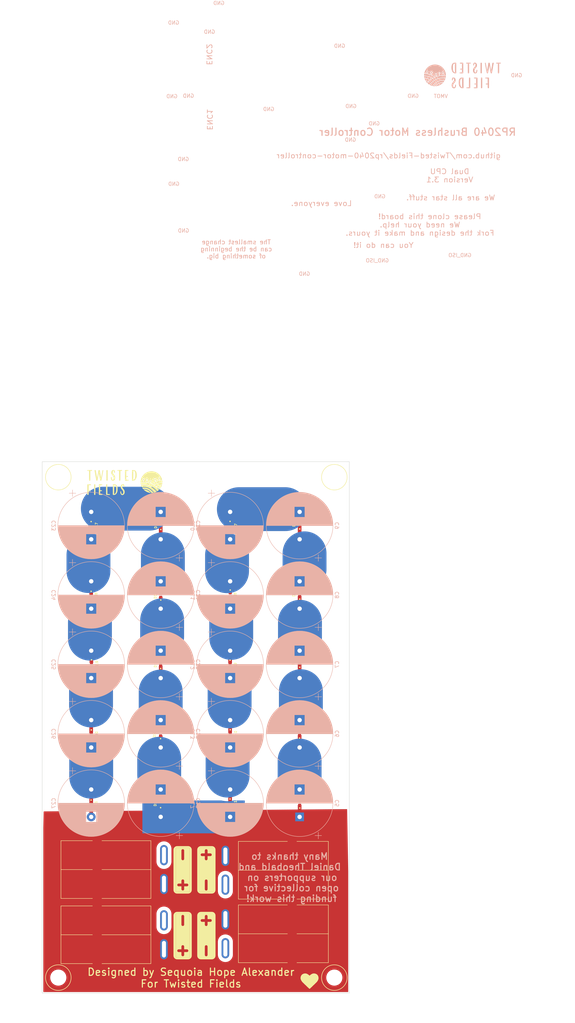
<source format=kicad_pcb>
(kicad_pcb (version 20240108) (generator "pcbnew") (generator_version "8.0")
  (layers (0 "F.Cu" signal) (1 "In1.Cu" signal) (2 "In2.Cu" signal) (31 "B.Cu" signal) (34 "B.Paste" user) (35 "F.Paste" user) (36 "B.SilkS" user "B.Silkscreen") (37 "F.SilkS" user "F.Silkscreen") (38 "B.Mask" user) (39 "F.Mask" user) (44 "Edge.Cuts" user))
  (net 0 "")
  (net 1 "VCAP")
  (net 2 "GND")
  (net 3 "Net-(D2-A)")
  (net 4 "Net-(D3-A)")
  (net 5 "Net-(D4-A)")
  (net 6 "Net-(D5-A)")
  (net 7 "Net-(D6-A)")
  (net 8 "Net-(D7-A)")
  (net 9 "Net-(D8-A)")
  (net 10 "Net-(D10-K)")
  (net 11 "Net-(D10-A)")
  (net 12 "Net-(D11-A)")
  (net 13 "Net-(D12-A)")
  (net 14 "Net-(D13-A)")
  (net 15 "Net-(D14-A)")
  (net 16 "Net-(D15-A)")
  (net 17 "Net-(D16-A)")
  (net 18 "Net-(D17-A)")
  (net 19 "Net-(D18-A)")
  (net 20 "Net-(D19-A)")
  (net 21 "Net-(D20-A)")
  (footprint "Connector_Anderson:PowerPole_PP45_1336G1_1x2_Horizontal" (layer "F.Cu") (at 108.695 128.159998 -90)
    (property "Reference" "J5" (hide yes))
    (property "Value" "Conn_01x02")
    (pad "1" thru_hole oval (at 0 0 270) (size 5.55 2.1) (drill oval 4.55 1.1) (layers "*.Cu" "*.Mask") (net 1 "VCAP"))
    (pad "2" thru_hole oval (at 7.9 0 270) (size 5.55 2.1) (drill oval 4.55 1.1) (layers "*.Cu" "*.Mask") (net 2 "GND"))
  )
  (footprint "supercap:DIO_PESD5V0S1UL_315" (layer "F.Cu") (at 72.075 75.75 -90)
    (property "Reference" "D19" (at -0.038 -1.4764 90) (layer "F.SilkS") (effects (font (size 0.64 0.64))))
    (property "Value" "2.4v zener")
    (pad "1" smd rect (at -0.35 0 270) (size 0.5 0.8) (layers "F.Cu") (net 19 "Net-(D18-A)"))
    (pad "2" smd rect (at 0.35 0 270) (size 0.5 0.8) (layers "F.Cu") (net 20 "Net-(D19-A)"))
  )
  (footprint "supercap:MountingHole_3.9mm_Plastite_#6" (layer "F.Cu") (at 63 161.5)
    (property "Reference" "H2" (hide yes))
    (property "Value" "MountingHole")
    (pad "" np_thru_hole circle (at 0 0) (size 3.9 3.9) (drill 3.9) (layers "F&B.Cu" "*.Mask"))
  )
  (footprint "supercap:DIO_PESD5V0S1UL_315" (layer "F.Cu") (at 71.975 114.15 -90)
    (property "Reference" "D21" (at -0.088 -1.3264 90) (layer "F.SilkS") (effects (font (size 0.64 0.64))))
    (property "Value" "2.4v zener")
    (pad "1" smd rect (at -0.35 0 270) (size 0.5 0.8) (layers "F.Cu") (net 21 "Net-(D20-A)"))
    (pad "2" smd rect (at 0.35 0 270) (size 0.5 0.8) (layers "F.Cu") (net 2 "GND"))
  )
  (footprint "supercap:DIO_PESD5V0S1UL_315" (layer "F.Cu") (at 90.975 75.625 90)
    (property "Reference" "D14" (at -0.038 -1.4264 90) (layer "F.SilkS") (effects (font (size 0.64 0.64))))
    (property "Value" "2.4v zener")
    (pad "1" smd rect (at -0.35 0 90) (size 0.5 0.8) (layers "F.Cu") (net 14 "Net-(D13-A)"))
    (pad "2" smd rect (at 0.35 0 90) (size 0.5 0.8) (layers "F.Cu") (net 15 "Net-(D14-A)"))
  )
  (footprint "Connector_Anderson:PowerPole_PP45_1336G1_1x2_Horizontal" (layer "F.Cu") (at 91.895 153.725 90)
    (property "Reference" "J1" (hide yes))
    (property "Value" "Conn_01x02")
    (pad "1" thru_hole oval (at 0 0 90) (size 5.55 2.1) (drill oval 4.55 1.1) (layers "*.Cu" "*.Mask") (net 1 "VCAP"))
    (pad "2" thru_hole oval (at 7.900001 0 90) (size 5.55 2.1) (drill oval 4.55 1.1) (layers "*.Cu" "*.Mask") (net 2 "GND"))
  )
  (footprint "Connector_Anderson:PowerPole_PP45_1336G1_1x2_Horizontal" (layer "F.Cu") (at 91.895 135.875 90)
    (property "Reference" "J2" (hide yes))
    (property "Value" "Conn_01x02")
    (pad "1" thru_hole oval (at 0 0 90) (size 5.55 2.1) (drill oval 4.55 1.1) (layers "*.Cu" "*.Mask") (net 1 "VCAP"))
    (pad "2" thru_hole oval (at 7.900001 0 90) (size 5.55 2.1) (drill oval 4.55 1.1) (layers "*.Cu" "*.Mask") (net 2 "GND"))
  )
  (footprint "supercap:DIO_PESD5V0S1UL_315" (layer "F.Cu") (at 91.025 56.875 90)
    (property "Reference" "D15" (at 0.012 -1.4764 90) (layer "F.SilkS") (effects (font (size 0.64 0.64))))
    (property "Value" "2.4v zener")
    (pad "1" smd rect (at -0.35 0 90) (size 0.5 0.8) (layers "F.Cu") (net 15 "Net-(D14-A)"))
    (pad "2" smd rect (at 0.35 0 90) (size 0.5 0.8) (layers "F.Cu") (net 16 "Net-(D15-A)"))
  )
  (footprint "supercap:MountingHole_3.9mm_Plastite_#6" (layer "F.Cu") (at 63 24.5)
    (property "Reference" "H4" (hide yes))
    (property "Value" "MountingHole")
    (pad "" np_thru_hole circle (at 0 0) (size 3.9 3.9) (drill 3.9) (layers "F&B.Cu" "*.Mask"))
  )
  (footprint "taylor_footprints:twisted_icon" (layer "F.Cu") (at 88.677301 25.859763)
    (property "Reference" "G***" (hide yes))
    (property "Value" "LOGO" (hide yes))
  )
  (footprint "supercap:DIO_PESD5V0S1UL_315" (layer "F.Cu") (at 71.975 57 -90)
    (property "Reference" "D18" (at 0.012 -1.3764 90) (layer "F.SilkS") (effects (font (size 0.64 0.64))))
    (property "Value" "2.4v zener")
    (pad "1" smd rect (at -0.35 0 270) (size 0.5 0.8) (layers "F.Cu") (net 18 "Net-(D17-A)"))
    (pad "2" smd rect (at 0.35 0 270) (size 0.5 0.8) (layers "F.Cu") (net 19 "Net-(D18-A)"))
  )
  (footprint "Connector_Anderson:PowerPole_PP45_1336G1_1x2_Horizontal" (layer "F.Cu") (at 108.695 145.559999 -90)
    (property "Reference" "J4" (hide yes))
    (property "Value" "Conn_01x02")
    (pad "1" thru_hole oval (at 0 0 270) (size 5.55 2.1) (drill oval 4.55 1.1) (layers "*.Cu" "*.Mask") (net 1 "VCAP"))
    (pad "2" thru_hole oval (at 7.9 0 270) (size 5.55 2.1) (drill oval 4.55 1.1) (layers "*.Cu" "*.Mask") (net 2 "GND"))
  )
  (footprint "supercap:DIO_PESD5V0S1UL_315" (layer "F.Cu") (at 109.975 113.85 -90)
    (property "Reference" "D11" (at 0.062 -1.4764 90) (layer "F.SilkS") (effects (font (size 0.64 0.64))))
    (property "Value" "2.4v zener")
    (pad "1" smd rect (at -0.35 0 270) (size 0.5 0.8) (layers "F.Cu") (net 11 "Net-(D10-A)"))
    (pad "2" smd rect (at 0.35 0 270) (size 0.5 0.8) (layers "F.Cu") (net 12 "Net-(D11-A)"))
  )
  (footprint "supercap:DIO_PESD5V0S1UL_315" (layer "F.Cu") (at 109.975 75.85 -90)
    (property "Reference" "D9" (at 0.062 -1.4764 90) (layer "F.SilkS") (effects (font (size 0.64 0.64))))
    (property "Value" "2.4v zener")
    (pad "1" smd rect (at -0.35 0 270) (size 0.5 0.8) (layers "F.Cu") (net 9 "Net-(D8-A)"))
    (pad "2" smd rect (at 0.35 0 270) (size 0.5 0.8) (layers "F.Cu") (net 10 "Net-(D10-K)"))
  )
  (footprint "supercap:DIO_PESD5V0S1UL_315" (layer "F.Cu") (at 71.975 37.9 -90)
    (property "Reference" "D17" (at -0.038 -1.4764 90) (layer "F.SilkS") (effects (font (size 0.64 0.64))))
    (property "Value" "2.4v zener")
    (pad "1" smd rect (at -0.35 0 270) (size 0.5 0.8) (layers "F.Cu") (net 17 "Net-(D16-A)"))
    (pad "2" smd rect (at 0.35 0 270) (size 0.5 0.8) (layers "F.Cu") (net 18 "Net-(D17-A)"))
  )
  (footprint "supercap:DIO_PESD5V0S1UL_315" (layer "F.Cu") (at 91.025 37.575 90)
    (property "Reference" "D16" (at -0.038 -1.3764 90) (layer "F.SilkS") (effects (font (size 0.64 0.64))))
    (property "Value" "2.4v zener")
    (pad "1" smd rect (at -0.35 0 90) (size 0.5 0.8) (layers "F.Cu") (net 16 "Net-(D15-A)"))
    (pad "2" smd rect (at 0.35 0 90) (size 0.5 0.8) (layers "F.Cu") (net 17 "Net-(D16-A)"))
  )
  (footprint "supercap:MountingHole_3.9mm_Plastite_#6" (layer "F.Cu") (at 138.5 24.5)
    (property "Reference" "H3" (hide yes))
    (property "Value" "MountingHole")
    (pad "" np_thru_hole circle (at 0 0) (size 3.9 3.9) (drill 3.9) (layers "F&B.Cu" "*.Mask"))
  )
  (footprint "supercap:DIO_PESD5V0S1UL_315" (layer "F.Cu") (at 109.975 37.85 -90)
    (property "Reference" "D7" (at -0.038 -1.5764 90) (layer "F.SilkS") (effects (font (size 0.64 0.64))))
    (property "Value" "2.4v zener")
    (pad "1" smd rect (at -0.35 0 270) (size 0.5 0.8) (layers "F.Cu") (net 7 "Net-(D6-A)"))
    (pad "2" smd rect (at 0.35 0 270) (size 0.5 0.8) (layers "F.Cu") (net 8 "Net-(D7-A)"))
  )
  (footprint "supercap:DIO_PESD5V0S1UL_315" (layer "F.Cu") (at 129.025 37.425 90)
    (property "Reference" "D6" (at -0.038 -1.5764 90) (layer "F.SilkS") (effects (font (size 0.64 0.64))))
    (property "Value" "2.4v zener")
    (pad "1" smd rect (at -0.35 0 90) (size 0.5 0.8) (layers "F.Cu") (net 6 "Net-(D5-A)"))
    (pad "2" smd rect (at 0.35 0 90) (size 0.5 0.8) (layers "F.Cu") (net 7 "Net-(D6-A)"))
  )
  (footprint "supercap:DIO_PESD5V0S1UL_315" (layer "F.Cu") (at 129.025 113.825 90)
    (property "Reference" "D2" (at 0.762 -1.6764 90) (layer "F.SilkS") (effects (font (size 0.64 0.64))))
    (property "Value" "2.4v zener")
    (pad "1" smd rect (at -0.35 0 90) (size 0.5 0.8) (layers "F.Cu") (net 1 "VCAP"))
    (pad "2" smd rect (at 0.35 0 90) (size 0.5 0.8) (layers "F.Cu") (net 3 "Net-(D2-A)"))
  )
  (footprint "supercap:DIO_PESD5V0S1UL_315" (layer "F.Cu") (at 129.025 75.275 90)
    (property "Reference" "D4" (at -0.038 -1.7764 90) (layer "F.SilkS") (effects (font (size 0.64 0.64))))
    (property "Value" "2.4v zener")
    (pad "1" smd rect (at -0.35 0 90) (size 0.5 0.8) (layers "F.Cu") (net 4 "Net-(D3-A)"))
    (pad "2" smd rect (at 0.35 0 90) (size 0.5 0.8) (layers "F.Cu") (net 5 "Net-(D4-A)"))
  )
  (footprint "supercap:DIO_PESD5V0S1UL_315" (layer "F.Cu") (at 110.025 94.9 -90)
    (property "Reference" "D10" (at -0.038 -1.4764 90) (layer "F.SilkS") (effects (font (size 0.64 0.64))))
    (property "Value" "2.4v zener")
    (pad "1" smd rect (at -0.35 0 270) (size 0.5 0.8) (layers "F.Cu") (net 10 "Net-(D10-K)"))
    (pad "2" smd rect (at 0.35 0 270) (size 0.5 0.8) (layers "F.Cu") (net 11 "Net-(D10-A)"))
  )
  (footprint "supercap:DIO_PESD5V0S1UL_315" (layer "F.Cu") (at 129.025 56.625 90)
    (property "Reference" "D5" (at 0.012 -1.5764 90) (layer "F.SilkS") (effects (font (size 0.64 0.64))))
    (property "Value" "2.4v zener")
    (pad "1" smd rect (at -0.35 0 90) (size 0.5 0.8) (layers "F.Cu") (net 5 "Net-(D4-A)"))
    (pad "2" smd rect (at 0.35 0 90) (size 0.5 0.8) (layers "F.Cu") (net 6 "Net-(D5-A)"))
  )
  (footprint "supercap:MountingHole_3.9mm_Plastite_#6" (layer "F.Cu") (at 138.5 161.5)
    (property "Reference" "H1" (hide yes))
    (property "Value" "MountingHole")
    (pad "" np_thru_hole circle (at 0 0) (size 3.9 3.9) (drill 3.9) (layers "F&B.Cu" "*.Mask"))
  )
  (footprint "supercap:DIO_PESD5V0S1UL_315" (layer "F.Cu") (at 90.975 94.825 90)
    (property "Reference" "D13" (at 0.062 -1.6764 90) (layer "F.SilkS") (effects (font (size 0.64 0.64))))
    (property "Value" "2.4v zener")
    (pad "1" smd rect (at -0.35 0 90) (size 0.5 0.8) (layers "F.Cu") (net 13 "Net-(D12-A)"))
    (pad "2" smd rect (at 0.35 0 90) (size 0.5 0.8) (layers "F.Cu") (net 14 "Net-(D13-A)"))
  )
  (footprint "supercap:DIO_PESD5V0S1UL_315" (layer "F.Cu") (at 110.025 56.65 -90)
    (property "Reference" "D8" (at 0.062 -1.3764 90) (layer "F.SilkS") (effects (font (size 0.64 0.64))))
    (property "Value" "2.4v zener")
    (pad "1" smd rect (at -0.35 0 270) (size 0.5 0.8) (layers "F.Cu") (net 8 "Net-(D7-A)"))
    (pad "2" smd rect (at 0.35 0 270) (size 0.5 0.8) (layers "F.Cu") (net 9 "Net-(D8-A)"))
  )
  (footprint "taylor_footprints:twisted" (layer "F.Cu") (at 77.723713 24)
    (property "Reference" "G***" (hide yes))
    (property "Value" "LOGO" (hide yes))
  )
  (footprint "taylor_footprints:twisted_2" (layer "F.Cu") (at 65.442372 27.897147)
    (property "Reference" "G***" (hide yes))
    (property "Value" "LOGO" (hide yes))
  )
  (footprint "supercap:DIO_PESD5V0S1UL_315" (layer "F.Cu") (at 128.975 94.675 90)
    (property "Reference" "D3" (at 0.762 -1.6764 90) (layer "F.SilkS") (effects (font (size 0.64 0.64))))
    (property "Value" "2.4v zener")
    (pad "1" smd rect (at -0.35 0 90) (size 0.5 0.8) (layers "F.Cu") (net 3 "Net-(D2-A)"))
    (pad "2" smd rect (at 0.35 0 90) (size 0.5 0.8) (layers "F.Cu") (net 4 "Net-(D3-A)"))
  )
  (footprint "supercap:DIO_PESD5V0S1UL_315" (layer "F.Cu") (at 90.975 113.724999 90)
    (property "Reference" "D12" (at 0.062 -1.4764 90) (layer "F.SilkS") (effects (font (size 0.64 0.64))))
    (property "Value" "2.4v zener")
    (pad "1" smd rect (at -0.35 0 90) (size 0.5 0.8) (layers "F.Cu") (net 12 "Net-(D11-A)"))
    (pad "2" smd rect (at 0.35 0 90) (size 0.5 0.8) (layers "F.Cu") (net 13 "Net-(D12-A)"))
  )
  (footprint "supercap:DIO_PESD5V0S1UL_315" (layer "F.Cu") (at 72.025001 94.95 -90)
    (property "Reference" "D20" (at 0.062 -1.4764 90) (layer "F.SilkS") (effects (font (size 0.64 0.64))))
    (property "Value" "2.4v zener")
    (pad "1" smd rect (at -0.35 0 270) (size 0.5 0.8) (layers "F.Cu") (net 20 "Net-(D19-A)"))
    (pad "2" smd rect (at 0.35 0 270) (size 0.5 0.8) (layers "F.Cu") (net 21 "Net-(D20-A)"))
  )
  (footprint "Capacitor_THT:CP_Radial_D18.0mm_P7.50mm" (layer "B.Cu") (at 110 34 -90)
    (property "Reference" "C10" (at 3.75 10.25 90) (layer "B.SilkS") (effects (justify mirror)))
    (property "Value" "120F 2.3v")
    (pad "1" thru_hole rect (at 0 0 270) (size 2.4 2.4) (drill 1.2) (layers "*.Cu" "*.Mask") (net 7 "Net-(D6-A)"))
    (pad "2" thru_hole circle (at 7.5 0 270) (size 2.4 2.4) (drill 1.2) (layers "*.Cu" "*.Mask") (net 8 "Net-(D7-A)"))
  )
  (footprint "Capacitor_THT:CP_Radial_D18.0mm_P7.50mm" (layer "B.Cu") (at 110 72 -90)
    (property "Reference" "C12" (at 3.75 10.25 90) (layer "B.SilkS") (effects (justify mirror)))
    (property "Value" "120F 2.3v")
    (pad "1" thru_hole rect (at 0 0 270) (size 2.4 2.4) (drill 1.2) (layers "*.Cu" "*.Mask") (net 9 "Net-(D8-A)"))
    (pad "2" thru_hole circle (at 7.5 0 270) (size 2.4 2.4) (drill 1.2) (layers "*.Cu" "*.Mask") (net 10 "Net-(D10-K)"))
  )
  (footprint "Capacitor_THT:CP_Radial_D18.0mm_P7.50mm" (layer "B.Cu") (at 91 60.5 90)
    (property "Reference" "C21" (at 3.75 10.25 90) (layer "B.SilkS") (effects (justify mirror)))
    (property "Value" "120F 2.3v")
    (pad "1" thru_hole rect (at 0 0 90) (size 2.4 2.4) (drill 1.2) (layers "*.Cu" "*.Mask") (net 15 "Net-(D14-A)"))
    (pad "2" thru_hole circle (at 7.5 0 90) (size 2.4 2.4) (drill 1.2) (layers "*.Cu" "*.Mask") (net 16 "Net-(D15-A)"))
  )
  (footprint "Capacitor_THT:CP_Radial_D18.0mm_P7.50mm" (layer "B.Cu") (at 72 34 -90)
    (property "Reference" "C23" (at 3.75 10.25 90) (layer "B.SilkS") (effects (justify mirror)))
    (property "Value" "120F 2.3v")
    (pad "1" thru_hole rect (at 0 0 270) (size 2.4 2.4) (drill 1.2) (layers "*.Cu" "*.Mask") (net 17 "Net-(D16-A)"))
    (pad "2" thru_hole circle (at 7.5 0 270) (size 2.4 2.4) (drill 1.2) (layers "*.Cu" "*.Mask") (net 18 "Net-(D17-A)"))
  )
  (footprint "taylor_footprints:twisted_icon" (layer "B.Cu") (at 165.840374 -85.494999 180)
    (property "Reference" "G***" (hide yes))
    (property "Value" "LOGO" (hide yes))
  )
  (footprint "Capacitor_THT:CP_Radial_D18.0mm_P7.50mm" (layer "B.Cu") (at 72 53 -90)
    (property "Reference" "C24" (at 3.75 10.25 90) (layer "B.SilkS") (effects (justify mirror)))
    (property "Value" "120F 2.3v")
    (pad "1" thru_hole rect (at 0 0 270) (size 2.4 2.4) (drill 1.2) (layers "*.Cu" "*.Mask") (net 18 "Net-(D17-A)"))
    (pad "2" thru_hole circle (at 7.5 0 270) (size 2.4 2.4) (drill 1.2) (layers "*.Cu" "*.Mask") (net 19 "Net-(D18-A)"))
  )
  (footprint "Capacitor_THT:CP_Radial_D18.0mm_P7.50mm" (layer "B.Cu") (at 129 98.5 90)
    (property "Reference" "C6" (at 3.75 10.25 90) (layer "B.SilkS") (effects (justify mirror)))
    (property "Value" "120F 2.3v")
    (pad "1" thru_hole rect (at 0 0 90) (size 2.4 2.4) (drill 1.2) (layers "*.Cu" "*.Mask") (net 3 "Net-(D2-A)"))
    (pad "2" thru_hole circle (at 7.5 0 90) (size 2.4 2.4) (drill 1.2) (layers "*.Cu" "*.Mask") (net 4 "Net-(D3-A)"))
  )
  (footprint "Capacitor_THT:CP_Radial_D18.0mm_P7.50mm" (layer "B.Cu") (at 110 53 -90)
    (property "Reference" "C11" (at 3.75 10.25 90) (layer "B.SilkS") (effects (justify mirror)))
    (property "Value" "120F 2.3v")
    (pad "1" thru_hole rect (at 0 0 270) (size 2.4 2.4) (drill 1.2) (layers "*.Cu" "*.Mask") (net 8 "Net-(D7-A)"))
    (pad "2" thru_hole circle (at 7.5 0 270) (size 2.4 2.4) (drill 1.2) (layers "*.Cu" "*.Mask") (net 9 "Net-(D8-A)"))
  )
  (footprint "taylor_footprints:twisted_2" (layer "B.Cu") (at 186.296715 -83.447852 180)
    (property "Reference" "G***" (hide yes))
    (property "Value" "LOGO" (hide yes))
  )
  (footprint "taylor_footprints:twisted" (layer "B.Cu") (at 177.265374 -87.519999 180)
    (property "Reference" "G***" (hide yes))
    (property "Value" "LOGO" (hide yes))
  )
  (footprint "Capacitor_THT:CP_Radial_D18.0mm_P7.50mm" (layer "B.Cu") (at 91 117.5 90)
    (property "Reference" "C18" (at 3.75 10.25 90) (layer "B.SilkS") (effects (justify mirror)))
    (property "Value" "120F 2.3v")
    (pad "1" thru_hole rect (at 0 0 90) (size 2.4 2.4) (drill 1.2) (layers "*.Cu" "*.Mask") (net 12 "Net-(D11-A)"))
    (pad "2" thru_hole circle (at 7.5 0 90) (size 2.4 2.4) (drill 1.2) (layers "*.Cu" "*.Mask") (net 13 "Net-(D12-A)"))
  )
  (footprint "Capacitor_THT:CP_Radial_D18.0mm_P7.50mm" (layer "B.Cu") (at 110 110 -90)
    (property "Reference" "C17" (at 3.75 10.25 90) (layer "B.SilkS") (effects (justify mirror)))
    (property "Value" "120F 2.3v")
    (pad "1" thru_hole rect (at 0 0 270) (size 2.4 2.4) (drill 1.2) (layers "*.Cu" "*.Mask") (net 11 "Net-(D10-A)"))
    (pad "2" thru_hole circle (at 7.5 0 270) (size 2.4 2.4) (drill 1.2) (layers "*.Cu" "*.Mask") (net 12 "Net-(D11-A)"))
  )
  (footprint "Capacitor_THT:CP_Radial_D18.0mm_P7.50mm" (layer "B.Cu") (at 110 91 -90)
    (property "Reference" "C13" (at 3.75 10.25 90) (layer "B.SilkS") (effects (justify mirror)))
    (property "Value" "120F 2.3v")
    (pad "1" thru_hole rect (at 0 0 270) (size 2.4 2.4) (drill 1.2) (layers "*.Cu" "*.Mask") (net 10 "Net-(D10-K)"))
    (pad "2" thru_hole circle (at 7.5 0 270) (size 2.4 2.4) (drill 1.2) (layers "*.Cu" "*.Mask") (net 11 "Net-(D10-A)"))
  )
  (footprint "Capacitor_THT:CP_Radial_D18.0mm_P7.50mm" (layer "B.Cu") (at 91 79.5 90)
    (property "Reference" "C20" (at 3.75 10.25 90) (layer "B.SilkS") (effects (justify mirror)))
    (property "Value" "120F 2.3v")
    (pad "1" thru_hole rect (at 0 0 90) (size 2.4 2.4) (drill 1.2) (layers "*.Cu" "*.Mask") (net 14 "Net-(D13-A)"))
    (pad "2" thru_hole circle (at 7.5 0 90) (size 2.4 2.4) (drill 1.2) (layers "*.Cu" "*.Mask") (net 15 "Net-(D14-A)"))
  )
  (footprint "Capacitor_THT:CP_Radial_D18.0mm_P7.50mm" (layer "B.Cu") (at 91 41.5 90)
    (property "Reference" "C22" (at 3.75 10.25 90) (layer "B.SilkS") (effects (justify mirror)))
    (property "Value" "120F 2.3v")
    (pad "1" thru_hole rect (at 0 0 90) (size 2.4 2.4) (drill 1.2) (layers "*.Cu" "*.Mask") (net 16 "Net-(D15-A)"))
    (pad "2" thru_hole circle (at 7.5 0 90) (size 2.4 2.4) (drill 1.2) (layers "*.Cu" "*.Mask") (net 17 "Net-(D16-A)"))
  )
  (footprint "Capacitor_THT:CP_Radial_D18.0mm_P7.50mm" (layer "B.Cu") (at 129 79.5 90)
    (property "Reference" "C7" (at 3.75 10.25 90) (layer "B.SilkS") (effects (justify mirror)))
    (property "Value" "120F 2.3v")
    (pad "1" thru_hole rect (at 0 0 90) (size 2.4 2.4) (drill 1.2) (layers "*.Cu" "*.Mask") (net 4 "Net-(D3-A)"))
    (pad "2" thru_hole circle (at 7.5 0 90) (size 2.4 2.4) (drill 1.2) (layers "*.Cu" "*.Mask") (net 5 "Net-(D4-A)"))
  )
  (footprint "Capacitor_THT:CP_Radial_D18.0mm_P7.50mm" (layer "B.Cu") (at 129 41.5 90)
    (property "Reference" "C9" (at 3.75 10.25 90) (layer "B.SilkS") (effects (justify mirror)))
    (property "Value" "120F 2.3v")
    (pad "1" thru_hole rect (at 0 0 90) (size 2.4 2.4) (drill 1.2) (layers "*.Cu" "*.Mask") (net 6 "Net-(D5-A)"))
    (pad "2" thru_hole circle (at 7.5 0 90) (size 2.4 2.4) (drill 1.2) (layers "*.Cu" "*.Mask") (net 7 "Net-(D6-A)"))
  )
  (footprint "Capacitor_THT:CP_Radial_D18.0mm_P7.50mm" (layer "B.Cu") (at 72 110 -90)
    (property "Reference" "C27" (at 3.75 10.25 90) (layer "B.SilkS") (effects (justify mirror)))
    (property "Value" "120F 2.3v")
    (pad "1" thru_hole rect (at 0 0 270) (size 2.4 2.4) (drill 1.2) (layers "*.Cu" "*.Mask") (net 21 "Net-(D20-A)"))
    (pad "2" thru_hole circle (at 7.5 0 270) (size 2.4 2.4) (drill 1.2) (layers "*.Cu" "*.Mask") (net 2 "GND"))
  )
  (footprint "Capacitor_THT:CP_Radial_D18.0mm_P7.50mm" (layer "B.Cu") (at 72 91 -90)
    (property "Reference" "C26" (at 3.75 10.25 90) (layer "B.SilkS") (effects (justify mirror)))
    (property "Value" "120F 2.3v")
    (pad "1" thru_hole rect (at 0 0 270) (size 2.4 2.4) (drill 1.2) (layers "*.Cu" "*.Mask") (net 20 "Net-(D19-A)"))
    (pad "2" thru_hole circle (at 7.5 0 270) (size 2.4 2.4) (drill 1.2) (layers "*.Cu" "*.Mask") (net 21 "Net-(D20-A)"))
  )
  (footprint "Capacitor_THT:CP_Radial_D18.0mm_P7.50mm" (layer "B.Cu") (at 91 98.5 90)
    (property "Reference" "C19" (at 3.75 10.25 90) (layer "B.SilkS") (effects (justify mirror)))
    (property "Value" "120F 2.3v")
    (pad "1" thru_hole rect (at 0 0 90) (size 2.4 2.4) (drill 1.2) (layers "*.Cu" "*.Mask") (net 13 "Net-(D12-A)"))
    (pad "2" thru_hole circle (at 7.5 0 90) (size 2.4 2.4) (drill 1.2) (layers "*.Cu" "*.Mask") (net 14 "Net-(D13-A)"))
  )
  (footprint "Capacitor_THT:CP_Radial_D18.0mm_P7.50mm" (layer "B.Cu") (at 129 117.5 90)
    (property "Reference" "C5" (at 3.75 10.25 90) (layer "B.SilkS") (effects (justify mirror)))
    (property "Value" "120F 2.3v")
    (pad "1" thru_hole rect (at 0 0 90) (size 2.4 2.4) (drill 1.2) (layers "*.Cu" "*.Mask") (net 1 "VCAP"))
    (pad "2" thru_hole circle (at 7.5 0 90) (size 2.4 2.4) (drill 1.2) (layers "*.Cu" "*.Mask") (net 3 "Net-(D2-A)"))
  )
  (footprint "Capacitor_THT:CP_Radial_D18.0mm_P7.50mm" (layer "B.Cu") (at 72 72 -90)
    (property "Reference" "C25" (at 3.75 10.25 90) (layer "B.SilkS") (effects (justify mirror)))
    (property "Value" "120F 2.3v")
    (pad "1" thru_hole rect (at 0 0 270) (size 2.4 2.4) (drill 1.2) (layers "*.Cu" "*.Mask") (net 19 "Net-(D18-A)"))
    (pad "2" thru_hole circle (at 7.5 0 270) (size 2.4 2.4) (drill 1.2) (layers "*.Cu" "*.Mask") (net 20 "Net-(D19-A)"))
  )
  (footprint "Capacitor_THT:CP_Radial_D18.0mm_P7.50mm" (layer "B.Cu") (at 129 60.5 90)
    (property "Reference" "C8" (at 3.75 10.25 90) (layer "B.SilkS") (effects (justify mirror)))
    (property "Value" "120F 2.3v")
    (pad "1" thru_hole rect (at 0 0 90) (size 2.4 2.4) (drill 1.2) (layers "*.Cu" "*.Mask") (net 5 "Net-(D4-A)"))
    (pad "2" thru_hole circle (at 7.5 0 90) (size 2.4 2.4) (drill 1.2) (layers "*.Cu" "*.Mask") (net 6 "Net-(D5-A)"))
  )
  (gr_rect (start 58.6 20.25) (end 142.6 165.75) (stroke (width 0.1)) (fill none) (layer "Edge.Cuts"))
  (gr_text "Many thanks to\nDaniel Theobald and\nour supporters on " (at 126.280025 131.199977 0) (layer "B.SilkS") (effects (font (size 1.8 1.8) (thickness 0.3)) (justify mirror)))
  (gr_text "GND" (at 139.95 -93.569999 0) (layer "B.SilkS") (effects (font (size 1 1)) (justify mirror)))
  (gr_text "ENC1" (at 104.4 -73.434999 270) (layer "B.SilkS") (effects (font (size 1.4 1.5) (thickness 0.2)) (justify mirror)))
  (gr_text "We need your help.\nFork the design and make it yours." (at 161.92 -43.469999 0) (layer "B.SilkS") (effects (font (size 1.4 1.5) (thickness 0.2)) (justify mirror)))
  (gr_text "RP2040 Brushless Motor Controller" (at 161.275 -69.994999 0) (layer "B.SilkS") (effects (font (size 2 2) (thickness 0.3)) (justify mirror)))
  (gr_text "GND" (at 149.4 -72.319999 0) (layer "B.SilkS") (effects (font (size 1 1)) (justify mirror)))
  (gr_text "ENC2" (at 104.275 -91.244999 270) (layer "B.SilkS") (effects (font (size 1.4 1.5) (thickness 0.2)) (justify mirror)))
  (gr_text "GND" (at 98.6 -79.894999 0) (layer "B.SilkS") (effects (font (size 1 1)) (justify mirror)))
  (gr_text "GND_ISO" (at 172.85 -36.269999 0) (layer "B.SilkS") (effects (font (size 1 1)) (justify mirror)))
  (gr_text "GND" (at 97.2 -62.569999 0) (layer "B.SilkS") (effects (font (size 1 1)) (justify mirror)))
  (gr_text "We are all star stuff." (at 170.325 -52.019999 0) (layer "B.SilkS") (effects (font (size 1.4 1.5) (thickness 0.2)) (justify mirror)))
  (gr_text "GND" (at 120.55 -76.269999 0) (layer "B.SilkS") (effects (font (size 1 1)) (justify mirror)))
  (gr_text "GND" (at 160.05 -79.869999 0) (layer "B.SilkS") (effects (font (size 1 1)) (justify mirror)))
  (gr_text "The smallest change\ncan be the beginning\nof something big." (at 111.675 -37.944999 0) (layer "B.SilkS") (effects (font (size 1.2 1.2) (thickness 0.2)) (justify mirror)))
  (gr_text "You can do it!" (at 151.93 -39.009999 0) (layer "B.SilkS") (effects (font (size 1.4 1.5) (thickness 0.2)) (justify mirror)))
  (gr_text "github.com/Twisted-Fields/rp2040-motor-controller" (at 153.35 -63.519999 0) (layer "B.SilkS") (effects (font (size 1.4 1.5) (thickness 0.2)) (justify mirror)))
  (gr_text "GND_ISO" (at 150.25 -34.819999 0) (layer "B.SilkS") (effects (font (size 1 1)) (justify mirror)))
  (gr_text "GND" (at 188.35 -85.519999 0) (layer "B.SilkS") (effects (font (size 1 1)) (justify mirror)))
  (gr_text "GND" (at 150.95 -52.369999 0) (layer "B.SilkS") (effects (font (size 1 1)) (justify mirror)))
  (gr_text "GND" (at 97.25 -42.994999 0) (layer "B.SilkS") (effects (font (size 1 1)) (justify mirror)))
  (gr_text "GND" (at 94.075 -79.769999 0) (layer "B.SilkS") (effects (font (size 1 1)) (justify mirror)))
  (gr_text "GND" (at 94.6 -55.789999 0) (layer "B.SilkS") (effects (font (size 1 1)) (justify mirror)))
  (gr_text "open collective for\nfunding this work!" (at 126.780025 138.399977 0) (layer "B.SilkS") (effects (font (size 1.8 1.8) (thickness 0.3)) (justify mirror)))
  (gr_text "GND" (at 104.35 -97.419999 0) (layer "B.SilkS") (effects (font (size 1 1)) (justify mirror)))
  (gr_text "VMOT" (at 167.625 -79.819999 0) (layer "B.SilkS") (effects (font (size 1 1)) (justify mirror)))
  (gr_text "GND" (at 143.05 -77.069999 0) (layer "B.SilkS") (effects (font (size 1 1)) (justify mirror)))
  (gr_text "GND" (at 94.55 -99.919999 0) (layer "B.SilkS") (effects (font (size 1 1)) (justify mirror)))
  (gr_text "Please clone this board!" (at 164.595 -46.864999 0) (layer "B.SilkS") (effects (font (size 1.4 1.5) (thickness 0.2)) (justify mirror)))
  (gr_text "Love everyone." (at 134.975 -50.469999 0) (layer "B.SilkS") (effects (font (size 1.4 1.5) (thickness 0.2)) (justify mirror)))
  (gr_text "Dual CPU\nVersion 3.1" (at 170.05 -58.064999 0) (layer "B.SilkS") (effects (font (size 1.4 1.5) (thickness 0.2)) (justify mirror)))
  (gr_text "GND" (at 130.325 -31.169999 0) (layer "B.SilkS") (effects (font (size 1 1)) (justify mirror)))
  (gr_text "GND" (at 142.9 -67.869999 0) (layer "B.SilkS") (effects (font (size 1 1)) (justify mirror)))
  (gr_text "GND" (at 106.925 -105.294999 0) (layer "B.SilkS") (effects (font (size 1 1)) (justify mirror)))
  (gr_text "-  +" (at 105 156.5 90) (layer "F.SilkS" knockout) (effects (font (size 3 3) (thickness 0.75) (bold yes)) (justify left bottom)))
  (gr_text "-  +" (at 95.5 143.5 -90) (layer "F.SilkS" knockout) (effects (font (size 3 3) (thickness 0.75) (bold yes)) (justify left bottom)))
  (gr_text "Designed by Sequoia Hope Alexander\nFor Twisted Fields" (at 99.275 161.585001 0) (layer "F.SilkS") (effects (font (size 2 2) (thickness 0.3))))
  (gr_text "-  +" (at 105 138.500001 90) (layer "F.SilkS" knockout) (effects (font (size 3 3) (thickness 0.75) (bold yes)) (justify left bottom)))
  (gr_text "-  +" (at 95.5 125.5 -90) (layer "F.SilkS" knockout) (effects (font (size 3 3) (thickness 0.75) (bold yes)) (justify left bottom)))
  (segment (start 129.005 117.461065) (end 129.005 114.43) (width 1) (layer "F.Cu") (net 1))
  (segment (start 129.005 114.43) (end 129 114.425) (width 1) (layer "F.Cu") (net 1))
  (segment (start 72.005001 114.755001) (end 72 114.75) (width 1) (layer "F.Cu") (net 2))
  (segment (start 72.005001 117.5377) (end 72.005001 114.755001) (width 1) (layer "F.Cu") (net 2))
  (segment (start 129.005 98.50983) (end 129.005 95.305) (width 1) (layer "F.Cu") (net 3))
  (segment (start 129.005 109.961065) (end 129.005 113.22) (width 1) (layer "F.Cu") (net 3))
  (segment (start 129.005 95.305) (end 129 95.3) (width 1) (layer "F.Cu") (net 3))
  (segment (start 129.005 113.22) (end 129 113.225) (width 1) (layer "F.Cu") (net 3))
  (segment (start 129 106.5) (end 129 102.09) (width 12) (layer "B.Cu") (net 3))
  (segment (start 129.005 91.00983) (end 129.005 94.07) (width 1) (layer "F.Cu") (net 4))
  (segment (start 129.005 79.508595) (end 129.005 75.88) (width 1) (layer "F.Cu") (net 4))
  (segment (start 129.005 94.07) (end 129 94.075) (width 1) (layer "F.Cu") (net 4))
  (segment (start 129.005 75.88) (end 129 75.875) (width 1) (layer "F.Cu") (net 4))
  (segment (start 129.35 87.5) (end 129.35 83.09) (width 12) (layer "B.Cu") (net 4))
  (segment (start 129.005 57.23) (end 129 57.225) (width 1) (layer "F.Cu") (net 5))
  (segment (start 129.005 60.50736) (end 129.005 57.23) (width 1) (layer "F.Cu") (net 5))
  (segment (start 129.005 72.008595) (end 129.005 74.67) (width 1) (layer "F.Cu") (net 5))
  (segment (start 129.1 68.5) (end 129.1 64.09) (width 12) (layer "B.Cu") (net 5))
  (segment (start 129.005 56.02) (end 129 56.025) (width 1) (layer "F.Cu") (net 6))
  (segment (start 129.005 53.00736) (end 129.005 56.02) (width 1) (layer "F.Cu") (net 6))
  (segment (start 129.005 41.45612) (end 129.005 38.03) (width 1) (layer "F.Cu") (net 6))
  (segment (start 129.005 38.03) (end 129 38.025) (width 1) (layer "F.Cu") (net 6))
  (segment (start 130.35 49.75) (end 130.35 45.34) (width 12) (layer "B.Cu") (net 6))
  (segment (start 109.995 34.04388) (end 109.995 37.245) (width 1) (layer "F.Cu") (net 7))
  (segment (start 109.995 37.245) (end 110 37.25) (width 1) (layer "F.Cu") (net 7))
  (segment (start 129.005 33.95612) (end 129.005 36.795) (width 1) (layer "F.Cu") (net 7))
  (segment (start 129.005 36.795) (end 129 36.8) (width 1) (layer "F.Cu") (net 7))
  (segment (start 125.117239 33.25) (end 112.382761 33.25) (width 12) (layer "B.Cu") (net 7))
  (segment (start 109.995 41.54388) (end 109.995 38.455) (width 1) (layer "F.Cu") (net 8))
  (segment (start 109.995 52.987096) (end 109.995 56.045) (width 1) (layer "F.Cu") (net 8))
  (segment (start 109.995 56.045) (end 110 56.05) (width 1) (layer "F.Cu") (net 8))
  (segment (start 109.15 50.25) (end 109.15 45.84) (width 12) (layer "B.Cu") (net 8))
  (segment (start 109.995 71.930304) (end 109.995 75.245) (width 1) (layer "F.Cu") (net 9))
  (segment (start 109.995 60.487096) (end 109.995 57.255) (width 1) (layer "F.Cu") (net 9))
  (segment (start 109.995 75.245) (end 110 75.25) (width 1) (layer "F.Cu") (net 9))
  (segment (start 109.995 57.255) (end 110 57.25) (width 1) (layer "F.Cu") (net 9))
  (segment (start 110.3 68.5) (end 110.3 64.09) (width 12) (layer "B.Cu") (net 9))
  (segment (start 109.995 79.430304) (end 109.995 76.455) (width 1) (layer "F.Cu") (net 10))
  (segment (start 109.995 94.295) (end 110 94.3) (width 1) (layer "F.Cu") (net 10))
  (segment (start 109.995 91.023512) (end 109.995 94.295) (width 1) (layer "F.Cu") (net 10))
  (segment (start 109.995 76.455) (end 110 76.45) (width 1) (layer "F.Cu") (net 10))
  (segment (start 109.85 87.25) (end 109.85 82.84) (width 12) (layer "B.Cu") (net 10))
  (segment (start 109.995 95.505) (end 110 95.5) (width 1) (layer "F.Cu") (net 11))
  (segment (start 109.995 110.01672) (end 109.995 113.245) (width 1) (layer "F.Cu") (net 11))
  (segment (start 109.995 113.245) (end 110 113.25) (width 1) (layer "F.Cu") (net 11))
  (segment (start 109.995 98.523512) (end 109.995 95.505) (width 1) (layer "F.Cu") (net 11))
  (segment (start 109.3 106.2) (end 109.3 101.79) (width 12) (layer "B.Cu") (net 11))
  (segment (start 90.994999 117.490072) (end 90.994999 114.33) (width 1) (layer "F.Cu") (net 12))
  (segment (start 109.995 114.455) (end 110 114.45) (width 1) (layer "F.Cu") (net 12))
  (segment (start 109.995 117.51672) (end 109.995 114.455) (width 1) (layer "F.Cu") (net 12))
  (segment (start 90.994999 114.33) (end 91 114.324999) (width 1) (layer "F.Cu") (net 12))
  (segment (start 91.004999 98.50983) (end 91.004999 95.454999) (width 1) (layer "F.Cu") (net 13))
  (segment (start 90.994999 109.990072) (end 90.994999 113.1) (width 1) (layer "F.Cu") (net 13))
  (segment (start 91.004999 95.454999) (end 91 95.45) (width 1) (layer "F.Cu") (net 13))
  (segment (start 90.6 106) (end 90.6 101.59) (width 12) (layer "B.Cu") (net 13))
  (segment (start 91.004999 91.00983) (end 91.004999 94.195001) (width 1) (layer "F.Cu") (net 14))
  (segment (start 91.004999 79.508595) (end 91.004999 76.254999) (width 1) (layer "F.Cu") (net 14))
  (segment (start 91.004999 94.195001) (end 91 94.2) (width 1) (layer "F.Cu") (net 14))
  (segment (start 91 87.6) (end 91 83.19) (width 12) (layer "B.Cu") (net 14))
  (segment (start 91.004999 72.008595) (end 91.004999 75.020001) (width 1) (layer "F.Cu") (net 15))
  (segment (start 91.004999 60.560446) (end 91.004999 57.479999) (width 1) (layer "F.Cu") (net 15))
  (segment (start 91.004999 57.479999) (end 91 57.475) (width 1) (layer "F.Cu") (net 15))
  (segment (start 91.004999 75.020001) (end 91 75.025) (width 1) (layer "F.Cu") (net 15))
  (segment (start 91.4 68.1) (end 91.4 63.69) (width 12) (layer "B.Cu") (net 15))
  (segment (start 91.005 41.517239) (end 91.005 38.18) (width 1) (layer "F.Cu") (net 16))
  (segment (start 91.004999 56.270001) (end 91 56.275) (width 1) (layer "F.Cu") (net 16))
  (segment (start 91.005 38.18) (end 91 38.175) (width 1) (layer "F.Cu") (net 16))
  (segment (start 91.004999 53.060446) (end 91.004999 56.270001) (width 1) (layer "F.Cu") (net 16))
  (segment (start 91.6 50) (end 91.6 45.59) (width 12) (layer "B.Cu") (net 16))
  (segment (start 91.005 34.017239) (end 91.005 36.97) (width 1) (layer "F.Cu") (net 17))
  (segment (start 91.005 36.97) (end 91 36.975) (width 1) (layer "F.Cu") (net 17))
  (segment (start 71.995 37.295) (end 72 37.3) (width 1) (layer "F.Cu") (net 17))
  (segment (start 71.995 34.03276) (end 71.995 37.295) (width 1) (layer "F.Cu") (net 17))
  (segment (start 87.917239 33.117239) (end 75.182761 33.117239) (width 12) (layer "B.Cu") (net 17))
  (segment (start 71.995 53.033995) (end 71.995 56.395) (width 1) (layer "F.Cu") (net 18))
  (segment (start 71.995 38.505) (end 72 38.5) (width 1) (layer "F.Cu") (net 18))
  (segment (start 71.995 56.395) (end 72 56.4) (width 1) (layer "F.Cu") (net 18))
  (segment (start 71.995 41.53276) (end 71.995 38.505) (width 1) (layer "F.Cu") (net 18))
  (segment (start 71.245 50.205) (end 71.245 45.795) (width 12) (layer "B.Cu") (net 18))
  (segment (start 72.045 75.145) (end 72.05 75.15) (width 1) (layer "F.Cu") (net 19))
  (segment (start 71.995 57.605) (end 72 57.6) (width 1) (layer "F.Cu") (net 19))
  (segment (start 71.995 60.533995) (end 71.995 57.605) (width 1) (layer "F.Cu") (net 19))
  (segment (start 72.045 71.98523) (end 72.045 75.145) (width 1) (layer "F.Cu") (net 19))
  (segment (start 71.65 68.7) (end 71.65 64.29) (width 12) (layer "B.Cu") (net 19))
  (segment (start 71.995 91.036465) (end 71.995 94.345) (width 1) (layer "F.Cu") (net 20))
  (segment (start 71.995 94.345) (end 72 94.35) (width 1) (layer "F.Cu") (net 20))
  (segment (start 72.045 79.48523) (end 72.045 76.355) (width 1) (layer "F.Cu") (net 20))
  (segment (start 72.045 76.355) (end 72.05 76.35) (width 1) (layer "F.Cu") (net 20))
  (segment (start 71.95 87) (end 71.95 82.59) (width 12) (layer "B.Cu") (net 20))
  (segment (start 72.005001 113.544999) (end 72 113.55) (width 1) (layer "F.Cu") (net 21))
  (segment (start 72.005001 110.0377) (end 72.005001 113.544999) (width 1) (layer "F.Cu") (net 21))
  (segment (start 71.995 98.536465) (end 71.995 95.555) (width 1) (layer "F.Cu") (net 21))
  (segment (start 71.995 95.555) (end 72 95.55) (width 1) (layer "F.Cu") (net 21))
  (segment (start 72 106.5) (end 72 102.09) (width 12) (layer "B.Cu") (net 21))
  (zone (net 1) (net_name "VCAP") (layer "F.Cu") (priority 2) (connect_pads yes (clearance 1)) (min_thickness 0.2) (fill yes (thermal_gap 0.2532) (thermal_bridge_width 0.2532))
    (polygon (pts (xy 57.726 172.900001) (xy 143 171.900001) (xy 142 115.380001) (xy 59 116)))
  )
  (zone (net 12) (net_name "Net-(D11-A)") (layer "B.Cu") (connect_pads yes (clearance 1)) (min_thickness 0.2) (fill yes (thermal_gap 0.2532) (thermal_bridge_width 0.2532))
    (polygon (pts (xy 114 113) (xy 86 113) (xy 86 122) (xy 114 122)))
  )
  (zone (net 0) (net_name "") (layer "F.SilkS") (priority 2) (connect_pads yes (clearance 1)) (min_thickness 0.2) (fill yes (thermal_gap 0.2532) (thermal_bridge_width 0.2532) (smoothing fillet) (radius 1))
    (polygon (pts (xy 94.5 143.5) (xy 99.5 143.5) (xy 99.5 156.5) (xy 94.5 156.5)))
  )
  (zone (net 0) (net_name "") (layer "F.SilkS") (priority 2) (connect_pads yes (clearance 1)) (min_thickness 0.2) (fill yes (thermal_gap 0.2532) (thermal_bridge_width 0.2532) (smoothing fillet) (radius 1))
    (polygon (pts (xy 94.5 125.5) (xy 99.5 125.5) (xy 99.5 138.5) (xy 94.5 138.5)))
  )
  (zone (net 0) (net_name "") (layer "F.SilkS") (priority 2) (connect_pads yes (clearance 1)) (min_thickness 0.2) (fill yes (thermal_gap 0.2532) (thermal_bridge_width 0.2532) (smoothing fillet) (radius 1))
    (polygon (pts (xy 101 143.5) (xy 106 143.5) (xy 106 156.5) (xy 101 156.5)))
  )
  (zone (net 0) (net_name "") (layer "F.SilkS") (connect_pads (clearance 0.508)) (min_thickness 0.254) (fill yes (thermal_gap 0.508) (thermal_bridge_width 0.508))
    (polygon (pts (xy 130.7822 160.390001) (xy 130.8838 160.390001) (xy 130.8838 160.415401) (xy 130.96 160.415401) (xy 130.96 160.440801) (xy 131.0108 160.440801) (xy 131.0108 160.466201) (xy 131.087 160.466201) (xy 131.087 160.491601) (xy 131.1378 160.491601) (xy 131.1378 160.517001) (xy 131.1632 160.517001) (xy 131.1632 160.542401) (xy 131.214 160.542401) (xy 131.214 160.567801) (xy 131.2648 160.567801) (xy 131.2648 160.593201) (xy 131.2902 160.593201) (xy 131.2902 160.618601) (xy 131.341 160.618601) (xy 131.341 160.644001) (xy 131.3664 160.644001) (xy 131.3664 160.669401) (xy 131.3918 160.669401) (xy 131.3918 160.694801) (xy 131.4426 160.694801) (xy 131.4426 160.720201) (xy 131.468 160.720201) (xy 131.468 160.745601) (xy 131.4934 160.745601) (xy 131.4934 160.771001) (xy 131.5442 160.771001) (xy 131.5442 160.796401) (xy 131.5696 160.796401) (xy 131.5696 160.821801) (xy 131.595 160.821801) (xy 131.595 160.847201) (xy 131.6204 160.847201) (xy 131.6204 160.872601) (xy 131.6458 160.872601) (xy 131.6458 160.898001) (xy 131.6712 160.898001) (xy 131.6712 160.923401) (xy 131.6966 160.923401) (xy 131.6966 160.948801) (xy 131.7474 160.948801) (xy 131.7474 160.923401) (xy 131.7728 160.923401) (xy 131.7728 160.898001) (xy 131.7982 160.898001) (xy 131.7982 160.872601) (xy 131.8236 160.872601) (xy 131.8236 160.847201) (xy 131.849 160.847201) (xy 131.849 160.821801) (xy 131.8744 160.821801) (xy 131.8744 160.796401) (xy 131.8998 160.796401) (xy 131.8998 160.771001) (xy 131.9506 160.771001) (xy 131.9506 160.745601) (xy 131.976 160.745601) (xy 131.976 160.720201) (xy 132.0014 160.720201) (xy 132.0014 160.694801) (xy 132.0268 160.694801) (xy 132.0268 160.669401) (xy 132.0776 160.669401) (xy 132.0776 160.644001) (xy 132.103 160.644001) (xy 132.103 160.618601) (xy 132.1538 160.618601) (xy 132.1538 160.593201) (xy 132.1792 160.593201) (xy 132.1792 160.567801) (xy 132.23 160.567801) (xy 132.23 160.542401) (xy 132.2554 160.542401) (xy 132.2554 160.517001) (xy 132.3062 160.517001) (xy 132.3062 160.491601) (xy 132.357 160.491601) (xy 132.357 160.466201) (xy 132.4332 160.466201) (xy 132.4332 160.440801) (xy 132.484 160.440801) (xy 132.484 160.415401) (xy 132.5602 160.415401) (xy 132.5602 160.390001) (xy 132.6618 160.390001) (xy 132.6618 160.364601) (xy 133.1698 160.364601) (xy 133.1698 160.390001) (xy 133.2968 160.390001) (xy 133.2968 160.415401) (xy 133.373 160.415401) (xy 133.373 160.440801) (xy 133.4492 160.440801) (xy 133.4492 160.466201) (xy 133.5 160.466201) (xy 133.5 160.491601) (xy 133.5508 160.491601) (xy 133.5508 160.517001) (xy 133.6016 160.517001) (xy 133.6016 160.542401) (xy 133.6524 160.542401) (xy 133.6524 160.567801) (xy 133.7032 160.567801) (xy 133.7032 160.593201) (xy 133.7286 160.593201) (xy 133.7286 160.618601) (xy 133.754 160.618601) (xy 133.754 160.644001) (xy 133.7794 160.644001) (xy 133.7794 160.669401) (xy 133.8048 160.669401) (xy 133.8048 160.694801) (xy 133.8556 160.694801) (xy 133.8556 160.745601) (xy 133.881 160.745601) (xy 133.881 160.771001) (xy 133.9064 160.771001) (xy 133.9064 160.796401) (xy 133.9318 160.796401) (xy 133.9318 160.821801) (xy 133.9572 160.821801) (xy 133.9572 160.872601) (xy 133.9826 160.872601) (xy 133.9826 160.898001) (xy 134.008 160.898001) (xy 134.008 160.948801) (xy 134.0334 160.948801) (xy 134.0334 160.999601) (xy 134.0588 160.999601) (xy 134.0588 161.050401) (xy 134.0842 161.050401) (xy 134.0842 161.101201) (xy 134.1096 161.101201) (xy 134.1096 161.177401) (xy 134.135 161.177401) (xy 134.135 161.304401) (xy 134.1604 161.304401) (xy 134.1604 161.482201) (xy 134.1858 161.482201) (xy 134.1858 161.761601) (xy 134.1604 161.761601) (xy 134.1604 161.914001) (xy 134.135 161.914001) (xy 134.135 162.015601) (xy 134.1096 162.015601) (xy 134.1096 162.091801) (xy 134.0842 162.091801) (xy 134.0842 162.168001) (xy 134.0588 162.168001) (xy 134.0588 162.218801) (xy 134.0334 162.218801) (xy 134.0334 162.269601) (xy 134.008 162.269601) (xy 134.008 162.295001) (xy 133.9826 162.295001) (xy 133.9826 162.345801) (xy 133.9572 162.345801) (xy 133.9572 162.396601) (xy 133.9318 162.396601) (xy 133.9318 162.447401) (xy 133.9064 162.447401) (xy 133.9064 162.472801) (xy 133.881 162.472801) (xy 133.881 162.498201) (xy 133.8556 162.498201) (xy 133.8556 162.549001) (xy 133.8302 162.549001) (xy 133.8302 162.574401) (xy 133.8048 162.574401) (xy 133.8048 162.599801) (xy 133.7794 162.599801) (xy 133.7794 162.650601) (xy 133.754 162.650601) (xy 133.754 162.676001) (xy 133.7286 162.676001) (xy 133.7286 162.701401) (xy 133.7032 162.701401) (xy 133.7032 162.726801) (xy 133.6778 162.726801) (xy 133.6778 162.752201) (xy 133.6524 162.752201) (xy 133.6524 162.777601) (xy 133.627 162.777601) (xy 133.627 162.803001) (xy 133.6016 162.803001) (xy 133.6016 162.853801) (xy 133.5762 162.853801) (xy 133.5762 162.879201) (xy 133.5508 162.879201) (xy 133.5508 162.904601) (xy 133.5 162.904601) (xy 133.5 162.930001) (xy 133.4746 162.930001) (xy 133.4746 162.955401) (xy 133.4492 162.955401) (xy 133.4492 162.980801) (xy 133.4238 162.980801) (xy 133.4238 163.006201) (xy 133.3984 163.006201) (xy 133.3984 163.031601) (xy 133.373 163.031601) (xy 133.373 163.057001) (xy 133.3476 163.057001) (xy 133.3476 163.082401) (xy 133.3222 163.082401) (xy 133.3222 163.107801) (xy 133.2968 163.107801) (xy 133.2968 163.133201) (xy 133.2714 163.133201) (xy 133.2714 163.158601) (xy 133.246 163.158601) (xy 133.246 163.184001) (xy 133.2206 163.184001) (xy 133.2206 163.209401) (xy 133.1952 163.209401) (xy 133.1952 163.234801) (xy 133.1698 163.234801) (xy 133.1698 163.260201) (xy 133.1444 163.260201) (xy 133.1444 163.285601) (xy 133.119 163.285601) (xy 133.119 163.311001) (xy 133.0936 163.311001) (xy 133.0936 163.336401) (xy 133.0682 163.336401) (xy 133.0682 163.361801) (xy 133.0428 163.361801) (xy 133.0428 163.387201) (xy 133.0174 163.387201) (xy 133.0174 163.412601) (xy 132.992 163.412601) (xy 132.992 163.438001) (xy 132.9666 163.438001) (xy 132.9666 163.463401) (xy 132.9412 163.463401) (xy 132.9412 163.488801) (xy 132.9158 163.488801) (xy 132.9158 163.514201) (xy 132.8904 163.514201) (xy 132.8904 163.539601) (xy 132.8396 163.539601) (xy 132.8396 163.565001) (xy 132.8142 163.565001) (xy 132.8142 163.590401) (xy 132.7888 163.590401) (xy 132.7888 163.615801) (xy 132.7634 163.615801) (xy 132.7634 163.641201) (xy 132.738 163.641201) (xy 132.738 163.666601) (xy 132.7126 163.666601) (xy 132.7126 163.692001) (xy 132.6872 163.692001) (xy 132.6872 163.717401) (xy 132.6618 163.717401) (xy 132.6618 163.742801) (xy 132.6364 163.742801) (xy 132.6364 163.768201) (xy 132.611 163.768201) (xy 132.611 163.793601) (xy 132.5856 163.793601) (xy 132.5856 163.819001) (xy 132.5602 163.819001) (xy 132.5602 163.844401) (xy 132.5348 163.844401) (xy 132.5348 163.869801) (xy 132.5094 163.869801) (xy 132.5094 163.895201) (xy 132.484 163.895201) (xy 132.484 163.920601) (xy 132.4586 163.920601) (xy 132.4586 163.946001) (xy 132.4332 163.946001) (xy 132.4332 163.971401) (xy 132.4078 163.971401) (xy 132.4078 163.996801) (xy 132.3824 163.996801) (xy 132.3824 164.022201) (xy 132.357 164.022201) (xy 132.357 164.047601) (xy 132.3316 164.047601) (xy 132.3316 164.073001) (xy 132.3062 164.073001) (xy 132.3062 164.098401) (xy 132.2808 164.098401) (xy 132.2808 164.123801) (xy 132.2554 164.123801) (xy 132.2554 164.149201) (xy 132.23 164.149201) (xy 132.23 164.174601) (xy 132.2046 164.174601) (xy 132.2046 164.200001) (xy 132.1538 164.200001) (xy 132.1538 164.225401) (xy 132.1284 164.225401) (xy 132.1284 164.250801) (xy 132.103 164.250801) (xy 132.103 164.276201) (xy 132.0776 164.276201) (xy 132.0776 164.301601) (xy 132.0522 164.301601) (xy 132.0522 164.327001) (xy 132.0268 164.327001) (xy 132.0268 164.352401) (xy 132.0014 164.352401) (xy 132.0014 164.377801) (xy 131.976 164.377801) (xy 131.976 164.403201) (xy 131.9506 164.403201) (xy 131.9506 164.428601) (xy 131.9252 164.428601) (xy 131.9252 164.454001) (xy 131.8998 164.454001) (xy 131.8998 164.479401) (xy 131.8744 164.479401) (xy 131.8744 164.504801) (xy 131.849 164.504801) (xy 131.849 164.530201) (xy 131.8236 164.530201) (xy 131.8236 164.555601) (xy 131.7728 164.555601) (xy 131.7728 164.581001) (xy 131.6712 164.581001) (xy 131.6712 164.555601) (xy 131.6204 164.555601) (xy 131.6204 164.530201) (xy 131.595 164.530201) (xy 131.595 164.504801) (xy 131.5696 164.504801) (xy 131.5696 164.479401) (xy 131.5442 164.479401) (xy 131.5442 164.454001) (xy 131.5188 164.454001) (xy 131.5188 164.428601) (xy 131.4934 164.428601) (xy 131.4934 164.403201) (xy 131.468 164.403201) (xy 131.468 164.377801) (xy 131.4426 164.377801) (xy 131.4426 164.352401) (xy 131.4172 164.352401) (xy 131.4172 164.327001) (xy 131.3918 164.327001) (xy 131.3918 164.301601) (xy 131.3664 164.301601) (xy 131.3664 164.276201) (xy 131.341 164.276201) (xy 131.341 164.250801) (xy 131.3156 164.250801) (xy 131.3156 164.225401) (xy 131.2902 164.225401) (xy 131.2902 164.200001) (xy 131.2648 164.200001) (xy 131.2648 164.174601) (xy 131.214 164.174601) (xy 131.214 164.149201) (xy 131.1886 164.149201) (xy 131.1886 164.123801) (xy 131.1632 164.123801) (xy 131.1632 164.098401) (xy 131.1378 164.098401) (xy 131.1378 164.073001) (xy 131.1124 164.073001) (xy 131.1124 164.047601) (xy 131.087 164.047601) (xy 131.087 164.022201) (xy 131.0616 164.022201) (xy 131.0616 163.996801) (xy 131.0362 163.996801) (xy 131.0362 163.971401) (xy 131.0108 163.971401) (xy 131.0108 163.946001) (xy 130.9854 163.946001) (xy 130.9854 163.920601) (xy 130.96 163.920601) (xy 130.96 163.895201) (xy 130.9346 163.895201) (xy 130.9346 163.869801) (xy 130.9092 163.869801) (xy 130.9092 163.844401) (xy 130.8838 163.844401) (xy 130.8838 163.819001) (xy 130.8584 163.819001) (xy 130.8584 163.793601) (xy 130.833 163.793601) (xy 130.833 163.768201) (xy 130.8076 163.768201) (xy 130.8076 163.742801) (xy 130.7822 163.742801) (xy 130.7822 163.717401) (xy 130.7568 163.717401) (xy 130.7568 163.692001) (xy 130.7314 163.692001) (xy 130.7314 163.666601) (xy 130.706 163.666601) (xy 130.706 163.641201) (xy 130.6806 163.641201) (xy 130.6806 163.615801) (xy 130.6552 163.615801) (xy 130.6552 163.590401) (xy 130.6298 163.590401) (xy 130.6298 163.565001) (xy 130.6044 163.565001) (xy 130.6044 163.539601) (xy 130.5536 163.539601) (xy 130.5536 163.514201) (xy 130.5282 163.514201) (xy 130.5282 163.488801) (xy 130.5028 163.488801) (xy 130.5028 163.463401) (xy 130.4774 163.463401) (xy 130.4774 163.438001) (xy 130.452 163.438001) (xy 130.452 163.412601) (xy 130.4266 163.412601) (xy 130.4266 163.387201) (xy 130.4012 163.387201) (xy 130.4012 163.361801) (xy 130.3758 163.361801) (xy 130.3758 163.336401) (xy 130.3504 163.336401) (xy 130.3504 163.311001) (xy 130.325 163.311001) (xy 130.325 163.285601) (xy 130.2996 163.285601) (xy 130.2996 163.260201) (xy 130.2742 163.260201) (xy 130.2742 163.234801) (xy 130.2488 163.234801) (xy 130.2488 163.209401) (xy 130.2234 163.209401) (xy 130.2234 163.184001) (xy 130.198 163.184001) (xy 130.198 163.158601) (xy 130.1726 163.158601) (xy 130.1726 163.133201) (xy 130.1472 163.133201) (xy 130.1472 163.107801) (xy 130.1218 163.107801) (xy 130.1218 163.082401) (xy 130.0964 163.082401) (xy 130.0964 163.057001) (xy 130.071 163.057001) (xy 130.071 163.031601) (xy 130.0456 163.031601) (xy 130.0456 163.006201) (xy 130.0202 163.006201) (xy 130.0202 162.980801) (xy 129.9948 162.980801) (xy 129.9948 162.955401) (xy 129.9694 162.955401) (xy 129.9694 162.930001) (xy 129.944 162.930001) (xy 129.944 162.904601) (xy 129.8932 162.904601) (xy 129.8932 162.853801) (xy 129.8424 162.853801) (xy 129.8424 162.828401) (xy 129.817 162.828401) (xy 129.817 162.803001) (xy 129.7916 162.803001) (xy 129.7916 162.752201) (xy 129.7662 162.752201) (xy 129.7662 162.726801) (xy 129.7408 162.726801) (xy 129.7408 162.701401) (xy 129.7154 162.701401) (xy 129.7154 162.676001) (xy 129.69 162.676001) (xy 129.69 162.650601) (xy 129.6646 162.650601) (xy 129.6646 162.599801) (xy 129.6392 162.599801) (xy 129.6392 162.574401) (xy 129.6138 162.574401) (xy 129.6138 162.549001) (xy 129.5884 162.549001) (xy 129.5884 162.498201) (xy 129.563 162.498201) (xy 129.563 162.472801) (xy 129.5376 162.472801) (xy 129.5376 162.447401) (xy 129.5122 162.447401) (xy 129.5122 162.396601) (xy 129.4868 162.396601) (xy 129.4868 162.345801) (xy 129.4614 162.345801) (xy 129.4614 162.295001) (xy 129.436 162.295001) (xy 129.436 162.269601) (xy 129.4106 162.269601) (xy 129.4106 162.218801) (xy 129.3852 162.218801) (xy 129.3852 162.142601) (xy 129.3598 162.142601) (xy 129.3598 162.091801) (xy 129.3344 162.091801) (xy 129.3344 162.015601) (xy 129.309 162.015601) (xy 129.309 161.939401) (xy 129.2836 161.939401) (xy 129.2836 161.812401) (xy 129.2582 161.812401) (xy 129.2582 161.431401) (xy 129.2836 161.431401) (xy 129.2836 161.279001) (xy 129.309 161.279001) (xy 129.309 161.177401) (xy 129.3344 161.177401) (xy 129.3344 161.101201) (xy 129.3598 161.101201) (xy 129.3598 161.050401) (xy 129.3852 161.050401) (xy 129.3852 160.999601) (xy 129.4106 160.999601) (xy 129.4106 160.948801) (xy 129.436 160.948801) (xy 129.436 160.898001) (xy 129.4614 160.898001) (xy 129.4614 160.872601) (xy 129.4868 160.872601) (xy 129.4868 160.821801) (xy 129.5122 160.821801) (xy 129.5122 160.796401) (xy 129.5376 160.796401) (xy 129.5376 160.771001) (xy 129.563 160.771001) (xy 129.563 160.745601) (xy 129.5884 160.745601) (xy 129.5884 160.694801) (xy 129.6138 160.694801) (xy 129.6138 160.669401) (xy 129.6646 160.669401) (xy 129.6646 160.644001) (xy 129.69 160.644001) (xy 129.69 160.618601) (xy 129.7154 160.618601) (xy 129.7154 160.593201) (xy 129.7408 160.593201) (xy 129.7408 160.567801) (xy 129.7916 160.567801) (xy 129.7916 160.542401) (xy 129.8424 160.542401) (xy 129.8424 160.517001) (xy 129.8932 160.517001) (xy 129.8932 160.491601) (xy 129.944 160.491601) (xy 129.944 160.466201) (xy 129.9948 160.466201) (xy 129.9948 160.440801) (xy 130.071 160.440801) (xy 130.071 160.415401) (xy 130.1472 160.415401) (xy 130.1472 160.390001) (xy 130.2742 160.390001) (xy 130.2742 160.364601) (xy 130.7822 160.364601)))
  )
  (zone (net 0) (net_name "") (layer "F.SilkS") (priority 2) (connect_pads yes (clearance 1)) (min_thickness 0.2) (fill yes (thermal_gap 0.2532) (thermal_bridge_width 0.2532) (smoothing fillet) (radius 1))
    (polygon (pts (xy 101 125.5) (xy 106 125.5) (xy 106 138.5) (xy 101 138.5)))
  )
)
</source>
